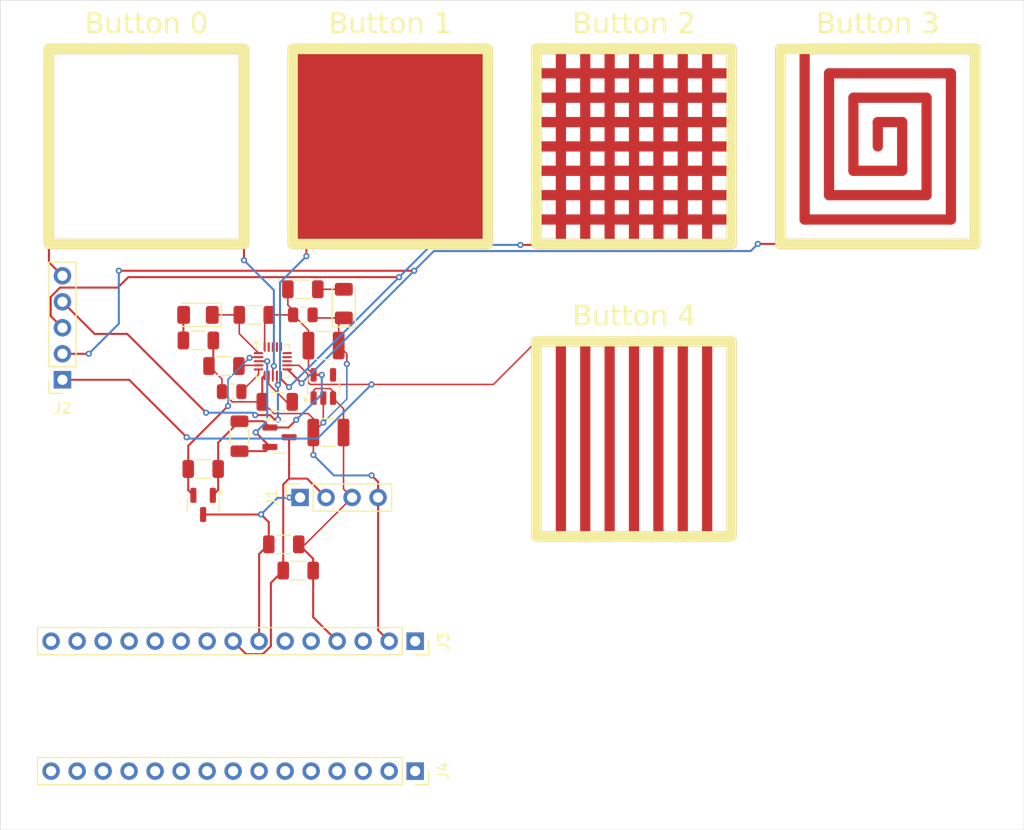
<source format=kicad_pcb>
(kicad_pcb (version 20240108) (generator "pcbnew") (generator_version "8.0")
  (layers (0 "F.Cu" signal) (31 "B.Cu" signal) (34 "B.Paste" user) (35 "F.Paste" user) (36 "B.SilkS" user "B.Silkscreen") (37 "F.SilkS" user "F.Silkscreen") (38 "B.Mask" user) (39 "F.Mask" user) (44 "Edge.Cuts" user))
  (net 0 "")
  (net 1 "Net-(U1-VREG)")
  (net 2 "GND")
  (net 3 "VCC")
  (net 4 "+3.3V")
  (net 5 "Net-(D1-A)")
  (net 6 "INT")
  (net 7 "Net-(D2-A)")
  (net 8 "ADDR")
  (net 9 "Net-(U1-REXT)")
  (net 12 "ELE2")
  (net 13 "ELE0")
  (net 15 "ELE4")
  (net 20 "SCL_3V")
  (net 21 "ELE1")
  (net 22 "SDA_3V")
  (net 23 "ELE3")
  (net 25 "SCL")
  (net 26 "SDA")
  (footprint "Package_TO_SOT_SMD:SOT-23-5" (layer "F.Cu") (at 45.85 52.0375 90)
    (property "Reference" "U2" (hide yes))
    (property "Value" "AP2112K-3.3" (hide yes))
    (fp_line (start 0 -1.56) (end 0.8 -1.56) (stroke (width 0.12)) (layer "F.SilkS"))
    (fp_line (start 0 -1.56) (end -0.8 -1.56) (stroke (width 0.12)) (layer "F.SilkS"))
    (fp_line (start 0 1.56) (end 0.8 1.56) (stroke (width 0.12)) (layer "F.SilkS"))
    (fp_line (start 0 1.56) (end -0.8 1.56) (stroke (width 0.12)) (layer "F.SilkS"))
    (fp_poly (pts (xy -1.3 -1.51) (xy -1.54 -1.84) (xy -1.06 -1.84) (xy -1.3 -1.51)) (stroke (width 0.12)) (fill solid) (layer "F.SilkS"))
    (pad "1" smd roundrect (at -1.1375 -0.95 90) (size 1.325 0.6) (layers "F.Cu" "F.Paste" "F.Mask") (net 3 "VCC"))
    (pad "2" smd roundrect (at -1.1375 0 90) (size 1.325 0.6) (layers "F.Cu" "F.Paste" "F.Mask") (net 2 "GND"))
    (pad "3" smd roundrect (at -1.1375 0.95 90) (size 1.325 0.6) (layers "F.Cu" "F.Paste" "F.Mask") (net 3 "VCC"))
    (pad "4" smd roundrect (at 1.1375 0.95 90) (size 1.325 0.6) (layers "F.Cu" "F.Paste" "F.Mask"))
    (pad "5" smd roundrect (at 1.1375 -0.95 90) (size 1.325 0.6) (layers "F.Cu" "F.Paste" "F.Mask") (net 4 "+3.3V"))
  )
  (footprint "Resistor_SMD:R_1206_3216Metric" (layer "F.Cu") (at 41.9875 67.4675 180)
    (property "Reference" "R9" (hide yes))
    (property "Value" "10k" (hide yes))
    (fp_line (start -0.727064 0.91) (end 0.727064 0.91) (stroke (width 0.12)) (layer "F.SilkS"))
    (fp_line (start -0.727064 -0.91) (end 0.727064 -0.91) (stroke (width 0.12)) (layer "F.SilkS"))
    (pad "1" smd roundrect (at -1.4625 0 180) (size 1.125 1.75) (layers "F.Cu" "F.Paste" "F.Mask") (roundrect_rratio 0.222222) (net 3 "VCC"))
    (pad "2" smd roundrect (at 1.4625 0 180) (size 1.125 1.75) (layers "F.Cu" "F.Paste" "F.Mask") (roundrect_rratio 0.222222) (net 25 "SCL"))
  )
  (footprint "Resistor_SMD:R_1206_3216Metric" (layer "F.Cu") (at 41.35 53.5375 180)
    (property "Reference" "R2" (hide yes))
    (property "Value" "75k" (hide yes))
    (fp_line (start -0.727064 0.91) (end 0.727064 0.91) (stroke (width 0.12)) (layer "F.SilkS"))
    (fp_line (start -0.727064 -0.91) (end 0.727064 -0.91) (stroke (width 0.12)) (layer "F.SilkS"))
    (pad "1" smd roundrect (at -1.4625 0 180) (size 1.125 1.75) (layers "F.Cu" "F.Paste" "F.Mask") (roundrect_rratio 0.222222) (net 9 "Net-(U1-REXT)"))
    (pad "2" smd roundrect (at 1.4625 0 180) (size 1.125 1.75) (layers "F.Cu" "F.Paste" "F.Mask") (roundrect_rratio 0.222222) (net 2 "GND"))
  )
  (footprint "Capacitor_SMD:C_1210_3225Metric" (layer "F.Cu") (at 46.35 56.5375)
    (property "Reference" "C2" (hide yes))
    (property "Value" "10uF" (hide yes))
    (fp_line (start -0.711252 -1.36) (end 0.711252 -1.36) (stroke (width 0.12)) (layer "F.SilkS"))
    (fp_line (start -0.711252 1.36) (end 0.711252 1.36) (stroke (width 0.12)) (layer "F.SilkS"))
    (pad "1" smd roundrect (at -1.475 0) (size 1.15 2.7) (layers "F.Cu" "F.Paste" "F.Mask") (roundrect_rratio 0.217391) (net 2 "GND"))
    (pad "2" smd roundrect (at 1.475 0) (size 1.15 2.7) (layers "F.Cu" "F.Paste" "F.Mask") (roundrect_rratio 0.217391) (net 3 "VCC"))
  )
  (footprint "Capacitor_SMD:C_0805_2012Metric" (layer "F.Cu") (at 43.85 45.0375 180)
    (property "Reference" "C4" (hide yes))
    (property "Value" "0.1uF" (hide yes))
    (fp_line (start -0.261252 0.735) (end 0.261252 0.735) (stroke (width 0.12)) (layer "F.SilkS"))
    (fp_line (start -0.261252 -0.735) (end 0.261252 -0.735) (stroke (width 0.12)) (layer "F.SilkS"))
    (pad "1" smd roundrect (at -0.95 0 180) (size 1 1.45) (layers "F.Cu" "F.Paste" "F.Mask") (net 2 "GND"))
    (pad "2" smd roundrect (at 0.95 0 180) (size 1 1.45) (layers "F.Cu" "F.Paste" "F.Mask") (net 4 "+3.3V"))
  )
  (footprint "Capacitor_SMD:C_0805_2012Metric" (layer "F.Cu") (at 36.9 52.5375 180)
    (property "Reference" "C1" (hide yes))
    (property "Value" "0.1uF" (hide yes))
    (fp_line (start -0.261252 0.735) (end 0.261252 0.735) (stroke (width 0.12)) (layer "F.SilkS"))
    (fp_line (start -0.261252 -0.735) (end 0.261252 -0.735) (stroke (width 0.12)) (layer "F.SilkS"))
    (pad "1" smd roundrect (at -0.95 0 180) (size 1 1.45) (layers "F.Cu" "F.Paste" "F.Mask") (net 1 "Net-(U1-VREG)"))
    (pad "2" smd roundrect (at 0.95 0 180) (size 1 1.45) (layers "F.Cu" "F.Paste" "F.Mask") (net 2 "GND"))
  )
  (footprint "Package_DFN_QFN:UQFN-20_3x3mm_P0.4mm" (layer "F.Cu") (at 40.916875 49.57125)
    (property "Reference" "U1" (hide yes))
    (property "Value" "MPR121QR2" (hide yes))
    (fp_line (start -1.61 -1.16) (end -1.61 -1.37) (stroke (width 0.12)) (layer "F.SilkS"))
    (fp_line (start -1.61 1.61) (end -1.61 1.16) (stroke (width 0.12)) (layer "F.SilkS"))
    (fp_line (start -1.16 -1.61) (end -1.31 -1.61) (stroke (width 0.12)) (layer "F.SilkS"))
    (fp_line (start -1.16 1.61) (end -1.61 1.61) (stroke (width 0.12)) (layer "F.SilkS"))
    (fp_line (start 1.16 -1.61) (end 1.61 -1.61) (stroke (width 0.12)) (layer "F.SilkS"))
    (fp_line (start 1.16 1.61) (end 1.61 1.61) (stroke (width 0.12)) (layer "F.SilkS"))
    (fp_line (start 1.61 -1.61) (end 1.61 -1.16) (stroke (width 0.12)) (layer "F.SilkS"))
    (fp_line (start 1.61 1.61) (end 1.61 1.16) (stroke (width 0.12)) (layer "F.SilkS"))
    (fp_poly (pts (xy -1.61 -1.61) (xy -1.85 -1.94) (xy -1.37 -1.94) (xy -1.61 -1.61)) (stroke (width 0.12)) (fill solid) (layer "F.SilkS"))
    (pad "1" smd custom (at -1.3875 -0.8) (size 0.115147 0.115147) (layers "F.Cu" "F.Paste" "F.Mask") (net 6 "INT") (options (clearance outline) (anchor circle)) (primitives (gr_poly (pts (xy 0.4225 0.036569) (xy 0.4225 0.06) (xy -0.4225 0.06) (xy -0.4225 -0.06) (xy 0.325931 -0.06)) (width 0.08) (fill yes))))
    (pad "2" smd roundrect (at -1.3875 -0.4) (size 0.925 0.2) (layers "F.Cu" "F.Paste" "F.Mask") (net 20 "SCL_3V"))
    (pad "3" smd roundrect (at -1.3875 0) (size 0.925 0.2) (layers "F.Cu" "F.Paste" "F.Mask") (net 22 "SDA_3V"))
    (pad "4" smd roundrect (at -1.3875 0.4) (size 0.925 0.2) (layers "F.Cu" "F.Paste" "F.Mask") (net 8 "ADDR"))
    (pad "5" smd custom (at -1.3875 0.8) (size 0.115147 0.115147) (layers "F.Cu" "F.Paste" "F.Mask") (net 1 "Net-(U1-VREG)") (options (clearance outline) (anchor circle)) (primitives (gr_poly (pts (xy 0.4225 -0.036569) (xy 0.325931 0.06) (xy -0.4225 0.06) (xy -0.4225 -0.06) (xy 0.4225 -0.06)) (width 0.08) (fill yes))))
    (pad "6" smd custom (at -0.8 1.3875) (size 0.115147 0.115147) (layers "F.Cu" "F.Paste" "F.Mask") (net 2 "GND") (options (clearance outline) (anchor circle)) (primitives (gr_poly (pts (xy 0.06 0.4225) (xy -0.06 0.4225) (xy -0.06 -0.325931) (xy 0.036569 -0.4225) (xy 0.06 -0.4225)) (width 0.08) (fill yes))))
    (pad "7" smd roundrect (at -0.4 1.3875) (size 0.2 0.925) (layers "F.Cu" "F.Paste" "F.Mask") (net 9 "Net-(U1-REXT)"))
    (pad "8" smd roundrect (at 0 1.3875) (size 0.2 0.925) (layers "F.Cu" "F.Paste" "F.Mask") (net 13 "ELE0"))
    (pad "9" smd roundrect (at 0.4 1.3875) (size 0.2 0.925) (layers "F.Cu" "F.Paste" "F.Mask") (net 21 "ELE1"))
    (pad "10" smd custom (at 0.8 1.3875) (size 0.115147 0.115147) (layers "F.Cu" "F.Paste" "F.Mask") (net 12 "ELE2") (options (clearance outline) (anchor circle)) (primitives (gr_poly (pts (xy 0.06 -0.325931) (xy 0.06 0.4225) (xy -0.06 0.4225) (xy -0.06 -0.4225) (xy -0.036569 -0.4225)) (width 0.08) (fill yes))))
    (pad "11" smd custom (at 1.3875 0.8) (size 0.115147 0.115147) (layers "F.Cu" "F.Paste" "F.Mask") (net 23 "ELE3") (options (clearance outline) (anchor circle)) (primitives (gr_poly (pts (xy 0.4225 0.06) (xy -0.325931 0.06) (xy -0.4225 -0.036569) (xy -0.4225 -0.06) (xy 0.4225 -0.06)) (width 0.08) (fill yes))))
    (pad "12" smd roundrect (at 1.3875 0.4) (size 0.925 0.2) (layers "F.Cu" "F.Paste" "F.Mask") (net 15 "ELE4"))
    (pad "13" smd roundrect (at 1.3875 0) (size 0.925 0.2) (layers "F.Cu" "F.Paste" "F.Mask"))
    (pad "14" smd roundrect (at 1.3875 -0.4) (size 0.925 0.2) (layers "F.Cu" "F.Paste" "F.Mask"))
    (pad "15" smd custom (at 1.3875 -0.8) (size 0.115147 0.115147) (layers "F.Cu" "F.Paste" "F.Mask") (options (clearance outline) (anchor circle)) (primitives (gr_poly (pts (xy 0.4225 0.06) (xy -0.4225 0.06) (xy -0.4225 0.036569) (xy -0.325931 -0.06) (xy 0.4225 -0.06)) (width 0.08) (fill yes))))
    (pad "16" smd custom (at 0.8 -1.3875) (size 0.115147 0.115147) (layers "F.Cu" "F.Paste" "F.Mask") (options (clearance outline) (anchor circle)) (primitives (gr_poly (pts (xy 0.06 0.325931) (xy -0.036569 0.4225) (xy -0.06 0.4225) (xy -0.06 -0.4225) (xy 0.06 -0.4225)) (width 0.08) (fill yes))))
    (pad "17" smd roundrect (at 0.4 -1.3875) (size 0.2 0.925) (layers "F.Cu" "F.Paste" "F.Mask"))
    (pad "18" smd roundrect (at 0 -1.3875) (size 0.2 0.925) (layers "F.Cu" "F.Paste" "F.Mask"))
    (pad "19" smd roundrect (at -0.4 -1.3875) (size 0.2 0.925) (layers "F.Cu" "F.Paste" "F.Mask"))
    (pad "20" smd custom (at -0.8 -1.3875) (size 0.115147 0.115147) (layers "F.Cu" "F.Paste" "F.Mask") (net 4 "+3.3V") (options (clearance outline) (anchor circle)) (primitives (gr_poly (pts (xy 0.06 0.4225) (xy 0.036569 0.4225) (xy -0.06 0.325931) (xy -0.06 -0.4225) (xy 0.06 -0.4225)) (width 0.08) (fill yes))))
  )
  (footprint "LED_SMD:LED_1206_3216Metric" (layer "F.Cu") (at 47.85 43.9375 90)
    (property "Reference" "D2" (hide yes))
    (property "Value" "LED" (hide yes))
    (fp_line (start 1.6 -1.135) (end -2.285 -1.135) (stroke (width 0.12)) (layer "F.SilkS"))
    (fp_line (start -2.285 -1.135) (end -2.285 1.135) (stroke (width 0.12)) (layer "F.SilkS"))
    (fp_line (start -2.285 1.135) (end 1.6 1.135) (stroke (width 0.12)) (layer "F.SilkS"))
    (pad "1" smd roundrect (at -1.4 0 90) (size 1.25 1.75) (layers "F.Cu" "F.Paste" "F.Mask") (roundrect_rratio 0.2) (net 2 "GND"))
    (pad "2" smd roundrect (at 1.4 0 90) (size 1.25 1.75) (layers "F.Cu" "F.Paste" "F.Mask") (roundrect_rratio 0.2) (net 7 "Net-(D2-A)"))
  )
  (footprint "Resistor_SMD:R_1206_3216Metric" (layer "F.Cu") (at 34.1175 60.10125 180)
    (property "Reference" "R7" (hide yes))
    (property "Value" "10k" (hide yes))
    (fp_line (start -0.727064 0.91) (end 0.727064 0.91) (stroke (width 0.12)) (layer "F.SilkS"))
    (fp_line (start -0.727064 -0.91) (end 0.727064 -0.91) (stroke (width 0.12)) (layer "F.SilkS"))
    (pad "1" smd roundrect (at -1.4625 0 180) (size 1.125 1.75) (layers "F.Cu" "F.Paste" "F.Mask") (roundrect_rratio 0.222222) (net 4 "+3.3V"))
    (pad "2" smd roundrect (at 1.4625 0 180) (size 1.125 1.75) (layers "F.Cu" "F.Paste" "F.Mask") (roundrect_rratio 0.222222) (net 20 "SCL_3V"))
  )
  (footprint "Connector_PinSocket_2.54mm:PinSocket_1x04_P2.54mm_Vertical" (layer "F.Cu") (at 43.58 62.8875 90)
    (property "Reference" "J1" (at 0 -2.77 90) (layer "F.SilkS"))
    (property "Value" "Conn_01x04")
    (fp_line (start 1.33 -1.33) (end 1.33 0) (stroke (width 0.12)) (layer "F.SilkS"))
    (fp_line (start 0 -1.33) (end 1.33 -1.33) (stroke (width 0.12)) (layer "F.SilkS"))
    (fp_line (start 1.33 1.27) (end 1.33 8.95) (stroke (width 0.12)) (layer "F.SilkS"))
    (fp_line (start -1.33 1.27) (end 1.33 1.27) (stroke (width 0.12)) (layer "F.SilkS"))
    (fp_line (start -1.33 1.27) (end -1.33 8.95) (stroke (width 0.12)) (layer "F.SilkS"))
    (fp_line (start -1.33 8.95) (end 1.33 8.95) (stroke (width 0.12)) (layer "F.SilkS"))
    (pad "1" thru_hole rect (at 0 0 90) (size 1.7 1.7) (drill 1) (layers "*.Cu" "*.Mask") (net 25 "SCL"))
    (pad "2" thru_hole oval (at 0 2.54 90) (size 1.7 1.7) (drill 1) (layers "*.Cu" "*.Mask") (net 26 "SDA"))
    (pad "3" thru_hole oval (at 0 5.08 90) (size 1.7 1.7) (drill 1) (layers "*.Cu" "*.Mask") (net 3 "VCC"))
    (pad "4" thru_hole oval (at 0 7.62 90) (size 1.7 1.7) (drill 1) (layers "*.Cu" "*.Mask") (net 2 "GND"))
  )
  (footprint "Resistor_SMD:R_1206_3216Metric" (layer "F.Cu") (at 37.66 56.8975 -90)
    (property "Reference" "R6" (hide yes))
    (property "Value" "10k" (hide yes))
    (fp_line (start -0.727064 0.91) (end 0.727064 0.91) (stroke (width 0.12)) (layer "F.SilkS"))
    (fp_line (start -0.727064 -0.91) (end 0.727064 -0.91) (stroke (width 0.12)) (layer "F.SilkS"))
    (pad "1" smd roundrect (at -1.4625 0 270) (size 1.125 1.75) (layers "F.Cu" "F.Paste" "F.Mask") (roundrect_rratio 0.222222) (net 4 "+3.3V"))
    (pad "2" smd roundrect (at 1.4625 0 270) (size 1.125 1.75) (layers "F.Cu" "F.Paste" "F.Mask") (roundrect_rratio 0.222222) (net 22 "SDA_3V"))
  )
  (footprint "Connector_PinSocket_2.54mm:PinSocket_1x15_P2.54mm_Vertical" (layer "F.Cu") (at 54.82 89.63 -90)
    (property "Reference" "J4" (at 0 -2.77 -90) (layer "F.SilkS"))
    (property "Value" "Conn_01x15")
    (fp_line (start -1.33 36.89) (end 1.33 36.89) (stroke (width 0.12)) (layer "F.SilkS"))
    (fp_line (start -1.33 1.27) (end -1.33 36.89) (stroke (width 0.12)) (layer "F.SilkS"))
    (fp_line (start -1.33 1.27) (end 1.33 1.27) (stroke (width 0.12)) (layer "F.SilkS"))
    (fp_line (start 1.33 1.27) (end 1.33 36.89) (stroke (width 0.12)) (layer "F.SilkS"))
    (fp_line (start 0 -1.33) (end 1.33 -1.33) (stroke (width 0.12)) (layer "F.SilkS"))
    (fp_line (start 1.33 -1.33) (end 1.33 0) (stroke (width 0.12)) (layer "F.SilkS"))
    (pad "1" thru_hole rect (at 0 0 270) (size 1.7 1.7) (drill 1) (layers "*.Cu" "*.Mask"))
    (pad "2" thru_hole oval (at 0 2.54 270) (size 1.7 1.7) (drill 1) (layers "*.Cu" "*.Mask"))
    (pad "3" thru_hole oval (at 0 5.08 270) (size 1.7 1.7) (drill 1) (layers "*.Cu" "*.Mask"))
    (pad "4" thru_hole oval (at 0 7.62 270) (size 1.7 1.7) (drill 1) (layers "*.Cu" "*.Mask"))
    (pad "5" thru_hole oval (at 0 10.16 270) (size 1.7 1.7) (drill 1) (layers "*.Cu" "*.Mask"))
    (pad "6" thru_hole oval (at 0 12.7 270) (size 1.7 1.7) (drill 1) (layers "*.Cu" "*.Mask"))
    (pad "7" thru_hole oval (at 0 15.24 270) (size 1.7 1.7) (drill 1) (layers "*.Cu" "*.Mask"))
    (pad "8" thru_hole oval (at 0 17.78 270) (size 1.7 1.7) (drill 1) (layers "*.Cu" "*.Mask"))
    (pad "9" thru_hole oval (at 0 20.32 270) (size 1.7 1.7) (drill 1) (layers "*.Cu" "*.Mask"))
    (pad "10" thru_hole oval (at 0 22.86 270) (size 1.7 1.7) (drill 1) (layers "*.Cu" "*.Mask"))
    (pad "11" thru_hole oval (at 0 25.4 270) (size 1.7 1.7) (drill 1) (layers "*.Cu" "*.Mask"))
    (pad "12" thru_hole oval (at 0 27.94 270) (size 1.7 1.7) (drill 1) (layers "*.Cu" "*.Mask"))
    (pad "13" thru_hole oval (at 0 30.48 270) (size 1.7 1.7) (drill 1) (layers "*.Cu" "*.Mask"))
    (pad "14" thru_hole oval (at 0 33.02 270) (size 1.7 1.7) (drill 1) (layers "*.Cu" "*.Mask"))
    (pad "15" thru_hole oval (at 0 35.56 270) (size 1.7 1.7) (drill 1) (layers "*.Cu" "*.Mask"))
  )
  (footprint "Resistor_SMD:R_1206_3216Metric" (layer "F.Cu") (at 33.641875 47.5375 180)
    (property "Reference" "R4" (hide yes))
    (property "Value" "1k" (hide yes))
    (fp_line (start -0.727064 0.91) (end 0.727064 0.91) (stroke (width 0.12)) (layer "F.SilkS"))
    (fp_line (start -0.727064 -0.91) (end 0.727064 -0.91) (stroke (width 0.12)) (layer "F.SilkS"))
    (pad "1" smd roundrect (at -1.4625 0 180) (size 1.125 1.75) (layers "F.Cu" "F.Paste" "F.Mask") (roundrect_rratio 0.222222) (net 2 "GND"))
    (pad "2" smd roundrect (at 1.4625 0 180) (size 1.125 1.75) (layers "F.Cu" "F.Paste" "F.Mask") (roundrect_rratio 0.222222) (net 5 "Net-(D1-A)"))
  )
  (footprint "Resistor_SMD:R_1206_3216Metric" (layer "F.Cu") (at 43.85 42.5375)
    (property "Reference" "R5" (hide yes))
    (property "Value" "10k" (hide yes))
    (fp_line (start -0.727064 -0.91) (end 0.727064 -0.91) (stroke (width 0.12)) (layer "F.SilkS"))
    (fp_line (start -0.727064 0.91) (end 0.727064 0.91) (stroke (width 0.12)) (layer "F.SilkS"))
    (pad "1" smd roundrect (at -1.4625 0) (size 1.125 1.75) (layers "F.Cu" "F.Paste" "F.Mask") (roundrect_rratio 0.222222) (net 4 "+3.3V"))
    (pad "2" smd roundrect (at 1.4625 0) (size 1.125 1.75) (layers "F.Cu" "F.Paste" "F.Mask") (roundrect_rratio 0.222222) (net 7 "Net-(D2-A)"))
  )
  (footprint "Package_TO_SOT_SMD:SOT-23" (layer "F.Cu") (at 34.1075 63.61375 -90)
    (property "Reference" "Q1" (hide yes))
    (property "Value" "BSS138" (hide yes))
    (fp_line (start 0 1.56) (end -0.65 1.56) (stroke (width 0.12)) (layer "F.SilkS"))
    (fp_line (start 0 1.56) (end 0.65 1.56) (stroke (width 0.12)) (layer "F.SilkS"))
    (fp_line (start 0 -1.56) (end -0.65 -1.56) (stroke (width 0.12)) (layer "F.SilkS"))
    (fp_line (start 0 -1.56) (end 0.65 -1.56) (stroke (width 0.12)) (layer "F.SilkS"))
    (fp_poly (pts (xy -1.1625 -1.51) (xy -1.4025 -1.84) (xy -0.9225 -1.84) (xy -1.1625 -1.51)) (stroke (width 0.12)) (fill solid) (layer "F.SilkS"))
    (pad "1" smd roundrect (at -0.9375 -0.95 270) (size 1.475 0.6) (layers "F.Cu" "F.Paste" "F.Mask") (net 4 "+3.3V"))
    (pad "2" smd roundrect (at -0.9375 0.95 270) (size 1.475 0.6) (layers "F.Cu" "F.Paste" "F.Mask") (net 20 "SCL_3V"))
    (pad "3" smd roundrect (at 0.9375 0 270) (size 1.475 0.6) (layers "F.Cu" "F.Paste" "F.Mask") (net 25 "SCL"))
  )
  (footprint "Package_TO_SOT_SMD:SOT-23" (layer "F.Cu") (at 41.57 56.9975)
    (property "Reference" "Q2" (hide yes))
    (property "Value" "BSS138" (hide yes))
    (fp_line (start 0 -1.56) (end -0.65 -1.56) (stroke (width 0.12)) (layer "F.SilkS"))
    (fp_line (start 0 -1.56) (end 0.65 -1.56) (stroke (width 0.12)) (layer "F.SilkS"))
    (fp_line (start 0 1.56) (end -0.65 1.56) (stroke (width 0.12)) (layer "F.SilkS"))
    (fp_line (start 0 1.56) (end 0.65 1.56) (stroke (width 0.12)) (layer "F.SilkS"))
    (fp_poly (pts (xy -1.1625 -1.51) (xy -1.4025 -1.84) (xy -0.9225 -1.84) (xy -1.1625 -1.51)) (stroke (width 0.12)) (fill solid) (layer "F.SilkS"))
    (pad "1" smd roundrect (at -0.9375 -0.95) (size 1.475 0.6) (layers "F.Cu" "F.Paste" "F.Mask") (net 4 "+3.3V"))
    (pad "2" smd roundrect (at -0.9375 0.95) (size 1.475 0.6) (layers "F.Cu" "F.Paste" "F.Mask") (net 22 "SDA_3V"))
    (pad "3" smd roundrect (at 0.9375 0) (size 1.475 0.6) (layers "F.Cu" "F.Paste" "F.Mask") (net 26 "SDA"))
  )
  (footprint "Connector_PinSocket_2.54mm:PinSocket_1x15_P2.54mm_Vertical" (layer "F.Cu") (at 54.82 76.93 -90)
    (property "Reference" "J3" (at 0 -2.77 -90) (layer "F.SilkS"))
    (property "Value" "Conn_01x15")
    (fp_line (start -1.33 36.89) (end 1.33 36.89) (stroke (width 0.12)) (layer "F.SilkS"))
    (fp_line (start -1.33 1.27) (end -1.33 36.89) (stroke (width 0.12)) (layer "F.SilkS"))
    (fp_line (start -1.33 1.27) (end 1.33 1.27) (stroke (width 0.12)) (layer "F.SilkS"))
    (fp_line (start 1.33 1.27) (end 1.33 36.89) (stroke (width 0.12)) (layer "F.SilkS"))
    (fp_line (start 0 -1.33) (end 1.33 -1.33) (stroke (width 0.12)) (layer "F.SilkS"))
    (fp_line (start 1.33 -1.33) (end 1.33 0) (stroke (width 0.12)) (layer "F.SilkS"))
    (pad "1" thru_hole rect (at 0 0 270) (size 1.7 1.7) (drill 1) (layers "*.Cu" "*.Mask"))
    (pad "2" thru_hole oval (at 0 2.54 270) (size 1.7 1.7) (drill 1) (layers "*.Cu" "*.Mask") (net 2 "GND"))
    (pad "3" thru_hole oval (at 0 5.08 270) (size 1.7 1.7) (drill 1) (layers "*.Cu" "*.Mask"))
    (pad "4" thru_hole oval (at 0 7.62 270) (size 1.7 1.7) (drill 1) (layers "*.Cu" "*.Mask") (net 3 "VCC"))
    (pad "5" thru_hole oval (at 0 10.16 270) (size 1.7 1.7) (drill 1) (layers "*.Cu" "*.Mask"))
    (pad "6" thru_hole oval (at 0 12.7 270) (size 1.7 1.7) (drill 1) (layers "*.Cu" "*.Mask"))
    (pad "7" thru_hole oval (at 0 15.24 270) (size 1.7 1.7) (drill 1) (layers "*.Cu" "*.Mask") (net 25 "SCL"))
    (pad "8" thru_hole oval (at 0 17.78 270) (size 1.7 1.7) (drill 1) (layers "*.Cu" "*.Mask") (net 26 "SDA"))
    (pad "9" thru_hole oval (at 0 20.32 270) (size 1.7 1.7) (drill 1) (layers "*.Cu" "*.Mask"))
    (pad "10" thru_hole oval (at 0 22.86 270) (size 1.7 1.7) (drill 1) (layers "*.Cu" "*.Mask"))
    (pad "11" thru_hole oval (at 0 25.4 270) (size 1.7 1.7) (drill 1) (layers "*.Cu" "*.Mask"))
    (pad "12" thru_hole oval (at 0 27.94 270) (size 1.7 1.7) (drill 1) (layers "*.Cu" "*.Mask"))
    (pad "13" thru_hole oval (at 0 30.48 270) (size 1.7 1.7) (drill 1) (layers "*.Cu" "*.Mask"))
    (pad "14" thru_hole oval (at 0 33.02 270) (size 1.7 1.7) (drill 1) (layers "*.Cu" "*.Mask"))
    (pad "15" thru_hole oval (at 0 35.56 270) (size 1.7 1.7) (drill 1) (layers "*.Cu" "*.Mask"))
  )
  (footprint "Resistor_SMD:R_1206_3216Metric" (layer "F.Cu") (at 43.3975 70.0275 180)
    (property "Reference" "R8" (hide yes))
    (property "Value" "10k" (hide yes))
    (fp_line (start -0.727064 0.91) (end 0.727064 0.91) (stroke (width 0.12)) (layer "F.SilkS"))
    (fp_line (start -0.727064 -0.91) (end 0.727064 -0.91) (stroke (width 0.12)) (layer "F.SilkS"))
    (pad "1" smd roundrect (at -1.4625 0 180) (size 1.125 1.75) (layers "F.Cu" "F.Paste" "F.Mask") (roundrect_rratio 0.222222) (net 3 "VCC"))
    (pad "2" smd roundrect (at 1.4625 0 180) (size 1.125 1.75) (layers "F.Cu" "F.Paste" "F.Mask") (roundrect_rratio 0.222222) (net 26 "SDA"))
  )
  (footprint "Resistor_SMD:R_1206_3216Metric" (layer "F.Cu") (at 39.104375 45.0375 180)
    (property "Reference" "R3" (hide yes))
    (property "Value" "10k" (hide yes))
    (fp_line (start -0.727064 0.91) (end 0.727064 0.91) (stroke (width 0.12)) (layer "F.SilkS"))
    (fp_line (start -0.727064 -0.91) (end 0.727064 -0.91) (stroke (width 0.12)) (layer "F.SilkS"))
    (pad "1" smd roundrect (at -1.4625 0 180) (size 1.125 1.75) (layers "F.Cu" "F.Paste" "F.Mask") (roundrect_rratio 0.222222) (net 4 "+3.3V"))
    (pad "2" smd roundrect (at 1.4625 0 180) (size 1.125 1.75) (layers "F.Cu" "F.Paste" "F.Mask") (roundrect_rratio 0.222222) (net 6 "INT"))
  )
  (footprint "LED_SMD:LED_1206_3216Metric" (layer "F.Cu") (at 33.604375 45.0375 180)
    (property "Reference" "D1" (hide yes))
    (property "Value" "LED" (hide yes))
    (fp_line (start 1.6 -1.135) (end -2.285 -1.135) (stroke (width 0.12)) (layer "F.SilkS"))
    (fp_line (start -2.285 1.135) (end 1.6 1.135) (stroke (width 0.12)) (layer "F.SilkS"))
    (fp_line (start -2.285 -1.135) (end -2.285 1.135) (stroke (width 0.12)) (layer "F.SilkS"))
    (pad "1" smd roundrect (at -1.4 0 180) (size 1.25 1.75) (layers "F.Cu" "F.Paste" "F.Mask") (roundrect_rratio 0.2) (net 6 "INT"))
    (pad "2" smd roundrect (at 1.4 0 180) (size 1.25 1.75) (layers "F.Cu" "F.Paste" "F.Mask") (roundrect_rratio 0.2) (net 5 "Net-(D1-A)"))
  )
  (footprint "Resistor_SMD:R_1206_3216Metric" (layer "F.Cu") (at 36.141875 50.0375 180)
    (property "Reference" "R1" (hide yes))
    (property "Value" "100k" (hide yes))
    (fp_line (start -0.727064 0.91) (end 0.727064 0.91) (stroke (width 0.12)) (layer "F.SilkS"))
    (fp_line (start -0.727064 -0.91) (end 0.727064 -0.91) (stroke (width 0.12)) (layer "F.SilkS"))
    (pad "1" smd roundrect (at -1.4625 0 180) (size 1.125 1.75) (layers "F.Cu" "F.Paste" "F.Mask") (roundrect_rratio 0.222222) (net 8 "ADDR"))
    (pad "2" smd roundrect (at 1.4625 0 180) (size 1.125 1.75) (layers "F.Cu" "F.Paste" "F.Mask") (roundrect_rratio 0.222222) (net 2 "GND"))
  )
  (footprint "Connector_PinSocket_2.54mm:PinSocket_1x05_P2.54mm_Vertical" (layer "F.Cu") (at 20.37 51.38 180)
    (property "Reference" "J2" (at 0 -2.77 180) (layer "F.SilkS"))
    (property "Value" "Conn_01x05")
    (fp_line (start 1.33 1.27) (end 1.33 11.49) (stroke (width 0.12)) (layer "F.SilkS"))
    (fp_line (start 1.33 -1.33) (end 1.33 0) (stroke (width 0.12)) (layer "F.SilkS"))
    (fp_line (start 0 -1.33) (end 1.33 -1.33) (stroke (width 0.12)) (layer "F.SilkS"))
    (fp_line (start -1.33 11.49) (end 1.33 11.49) (stroke (width 0.12)) (layer "F.SilkS"))
    (fp_line (start -1.33 1.27) (end 1.33 1.27) (stroke (width 0.12)) (layer "F.SilkS"))
    (fp_line (start -1.33 1.27) (end -1.33 11.49) (stroke (width 0.12)) (layer "F.SilkS"))
    (pad "1" thru_hole rect (at 0 0 180) (size 1.7 1.7) (drill 1) (layers "*.Cu" "*.Mask") (net 15 "ELE4"))
    (pad "2" thru_hole oval (at 0 2.54 180) (size 1.7 1.7) (drill 1) (layers "*.Cu" "*.Mask") (net 23 "ELE3"))
    (pad "3" thru_hole oval (at 0 5.08 180) (size 1.7 1.7) (drill 1) (layers "*.Cu" "*.Mask") (net 12 "ELE2"))
    (pad "4" thru_hole oval (at 0 7.62 180) (size 1.7 1.7) (drill 1) (layers "*.Cu" "*.Mask") (net 21 "ELE1"))
    (pad "5" thru_hole oval (at 0 10.16 180) (size 1.7 1.7) (drill 1) (layers "*.Cu" "*.Mask") (net 13 "ELE0"))
  )
  (footprint "Capacitor_SMD:C_1210_3225Metric" (layer "F.Cu") (at 45.875 48.0375 180)
    (property "Reference" "C3" (hide yes))
    (property "Value" "10uF" (hide yes))
    (fp_line (start -0.711252 1.36) (end 0.711252 1.36) (stroke (width 0.12)) (layer "F.SilkS"))
    (fp_line (start -0.711252 -1.36) (end 0.711252 -1.36) (stroke (width 0.12)) (layer "F.SilkS"))
    (pad "1" smd roundrect (at -1.475 0 180) (size 1.15 2.7) (layers "F.Cu" "F.Paste" "F.Mask") (roundrect_rratio 0.217391) (net 2 "GND"))
    (pad "2" smd roundrect (at 1.475 0 180) (size 1.15 2.7) (layers "F.Cu" "F.Paste" "F.Mask") (roundrect_rratio 0.217391) (net 4 "+3.3V"))
  )
  (gr_rect (start 66.675 47.625) (end 85.725 66.675) (stroke (width 1)) (fill none) (layer "F.Cu") (net 15))
  (gr_rect (start 42.8625 19.05) (end 61.9125 38.1) (stroke (width 1)) (fill solid) (layer "F.Cu") (net 21))
  (gr_rect (start 19.05 19.05) (end 38.1 38.1) (stroke (width 1)) (fill none) (layer "F.Cu") (net 13))
  (gr_rect (start 42.8625 19.05) (end 61.9125 38.1) (stroke (width 1)) (fill none) (layer "F.SilkS"))
  (gr_rect (start 66.675 19.05) (end 85.725 38.1) (stroke (width 1)) (fill none) (layer "F.SilkS"))
  (gr_rect (start 90.4875 19.05) (end 109.5375 38.1) (stroke (width 1)) (fill none) (layer "F.SilkS"))
  (gr_rect (start 19.05 19.05) (end 38.1 38.1) (stroke (width 1)) (fill none) (layer "F.SilkS"))
  (gr_rect (start 66.675 47.625) (end 85.725 66.675) (stroke (width 1)) (fill none) (layer "F.SilkS"))
  (gr_rect (start 14.29375 14.2875) (end 114.29375 95.3875) (stroke (width 0.05)) (fill none) (layer "Edge.Cuts"))
  (gr_text "Button 4" (at 76.2 45.24375 0) (layer "F.SilkS") (effects (font (size 2 2) (thickness 1))))
  (gr_text "Button 1\n" (at 52.3875 16.66875 0) (layer "F.SilkS") (effects (font (size 2 2) (thickness 1))))
  (gr_text "Button 0" (at 28.575 16.66875 0) (layer "F.SilkS") (effects (font (size 2 2) (thickness 0.1))))
  (gr_text "Button 2" (at 76.2 16.66875 0) (layer "F.SilkS") (effects (font (size 2 2) (thickness 1))))
  (gr_text "Button 3" (at 100.0125 16.66875 0) (layer "F.SilkS") (effects (font (size 2 2) (thickness 1))))
  (segment (start 39.529375 50.858125) (end 39.529375 50.37125) (width 0.15) (layer "F.Cu") (net 1))
  (segment (start 37.85 52.5375) (end 39.529375 50.858125) (width 0.15) (layer "F.Cu") (net 1))
  (segment (start 51.2 61.36) (end 50.57 60.73) (width 0.2) (layer "F.Cu") (net 2))
  (segment (start 48.15 48.8375) (end 48.15 49.8275) (width 0.15) (layer "F.Cu") (net 2))
  (segment (start 35.95 52.5375) (end 35.95 51.308125) (width 0.15) (layer "F.Cu") (net 2))
  (segment (start 39.8875 53.5375) (end 39.8875 51.188125) (width 0.2) (layer "F.Cu") (net 2))
  (segment (start 47.35 48.0375) (end 47.35 45.8375) (width 0.15) (layer "F.Cu") (net 2))
  (segment (start 39.8875 51.188125) (end 40.116875 50.95875) (width 0.2) (layer "F.Cu") (net 2))
  (segment (start 51.2 75.85) (end 51.2 62.8875) (width 0.2) (layer "F.Cu") (net 2))
  (segment (start 44.875 56.5375) (end 44.875 58.7225) (width 0.15) (layer "F.Cu") (net 2))
  (segment (start 47.35 48.0375) (end 48.15 48.8375) (width 0.15) (layer "F.Cu") (net 2))
  (segment (start 44.875 55.1875) (end 44.375 54.6875) (width 0.15) (layer "F.Cu") (net 2))
  (segment (start 47.85 45.3375) (end 45.1 45.3375) (width 0.15) (layer "F.Cu") (net 2))
  (segment (start 35.95 52.5375) (end 36.95 53.5375) (width 0.15) (layer "F.Cu") (net 2))
  (segment (start 44.875 56.5375) (end 44.875 55.1875) (width 0.15) (layer "F.Cu") (net 2))
  (segment (start 40.104375 53.5375) (end 40.104375 53.0375) (width 0.15) (layer "F.Cu") (net 2))
  (segment (start 35.104375 47.5375) (end 35.104375 49.6125) (width 0.2) (layer "F.Cu") (net 2))
  (segment (start 52.28 76.93) (end 51.2 75.85) (width 0.2) (layer "F.Cu") (net 2))
  (segment (start 35.104375 49.6125) (end 34.679375 50.0375) (width 0.2) (layer "F.Cu") (net 2))
  (segment (start 44.875 56.5375) (end 45.85 55.5625) (width 0.15) (layer "F.Cu") (net 2))
  (segment (start 44.375 54.6875) (end 41.0375 54.6875) (width 0.15) (layer "F.Cu") (net 2))
  (segment (start 44.85 56.5625) (end 44.875 56.5375) (width 0.2) (layer "F.Cu") (net 2))
  (segment (start 45.85 55.5625) (end 45.85 53.175) (width 0.15) (layer "F.Cu") (net 2))
  (segment (start 36.95 53.5375) (end 39.8875 53.5375) (width 0.15) (layer "F.Cu") (net 2))
  (segment (start 47.35 45.8375) (end 47.85 45.3375) (width 0.15) (layer "F.Cu") (net 2))
  (segment (start 35.95 51.308125) (end 34.679375 50.0375) (width 0.15) (layer "F.Cu") (net 2))
  (segment (start 45.1 45.3375) (end 44.8 45.0375) (width 0.15) (layer "F.Cu") (net 2))
  (segment (start 51.2 62.8875) (end 51.2 61.36) (width 0.2) (layer "F.Cu") (net 2))
  (segment (start 41.0375 54.6875) (end 39.8875 53.5375) (width 0.15) (layer "F.Cu") (net 2))
  (via (at 48.15 49.8275) (size 0.6) (drill 0.3) (layers "F.Cu" "B.Cu") (net 2))
  (via (at 45.85 55.5625) (size 0.6) (drill 0.3) (layers "F.Cu" "B.Cu") (net 2))
  (via (at 50.57 60.73) (size 0.6) (drill 0.3) (layers "F.Cu" "B.Cu") (net 2))
  (via (at 44.875 58.7225) (size 0.6) (drill 0.3) (layers "F.Cu" "B.Cu") (net 2))
  (segment (start 46.8825 60.73) (end 44.875 58.7225) (width 0.2) (layer "B.Cu") (net 2))
  (segment (start 48.15 53.2625) (end 45.85 55.5625) (width 0.15) (layer "B.Cu") (net 2))
  (segment (start 48.15 49.8275) (end 48.15 53.2625) (width 0.15) (layer "B.Cu") (net 2))
  (segment (start 50.57 60.73) (end 46.8825 60.73) (width 0.2) (layer "B.Cu") (net 2))
  (segment (start 47.825 54.2) (end 46.8 53.175) (width 0.15) (layer "F.Cu") (net 3))
  (segment (start 46.8 53.175) (end 46.8 52.512501) (width 0.15) (layer "F.Cu") (net 3))
  (segment (start 46.524999 52.2375) (end 45.09 52.2375) (width 0.15) (layer "F.Cu") (net 3))
  (segment (start 46.8 52.512501) (end 46.524999 52.2375) (width 0.15) (layer "F.Cu") (net 3))
  (segment (start 44.86 70.0275) (end 44.86 68.8775) (width 0.2) (layer "F.Cu") (net 3))
  (segment (start 48.66 62.8875) (end 44.08 67.4675) (width 0.15) (layer "F.Cu") (net 3))
  (segment (start 44.86 74.59) (end 47.2 76.93) (width 0.2) (layer "F.Cu") (net 3))
  (segment (start 44.86 70.0275) (end 44.86 74.59) (width 0.2) (layer "F.Cu") (net 3))
  (segment (start 47.39 56.9725) (end 47.825 56.5375) (width 0.2) (layer "F.Cu") (net 3))
  (segment (start 45.09 52.2375) (end 44.9 52.4275) (width 0.15) (layer "F.Cu") (net 3))
  (segment (start 47.825 62.0525) (end 48.66 62.8875) (width 0.15) (layer "F.Cu") (net 3))
  (segment (start 47.825 56.5375) (end 47.825 54.2) (width 0.15) (layer "F.Cu") (net 3))
  (segment (start 44.08 67.4675) (end 43.45 67.4675) (width 0.15) (layer "F.Cu") (net 3))
  (segment (start 47.825 56.5375) (end 47.825 62.0525) (width 0.15) (layer "F.Cu") (net 3))
  (segment (start 44.9 52.4275) (end 44.9 53.175) (width 0.15) (layer "F.Cu") (net 3))
  (segment (start 44.86 68.8775) (end 43.45 67.4675) (width 0.2) (layer "F.Cu") (net 3))
  (segment (start 49.3 62.6) (end 48.7525 62.6) (width 0.2) (layer "B.Cu") (net 3))
  (segment (start 44.4 48.0375) (end 44.4 50.4) (width 0.15) (layer "F.Cu") (net 4))
  (segment (start 44.4 48.0375) (end 44.4 46.5375) (width 0.15) (layer "F.Cu") (net 4))
  (segment (start 45.7 50.9) (end 44.9 50.9) (width 0.2) (layer "F.Cu") (net 4))
  (segment (start 35.58 62.15375) (end 35.0575 62.67625) (width 0.2) (layer "F.Cu") (net 4))
  (segment (start 40.116875 45.4875) (end 40.116875 48.18375) (width 0.15) (layer "F.Cu") (net 4))
  (segment (start 40.02 55.435) (end 37.66 55.435) (width 0.2) (layer "F.Cu") (net 4))
  (segment (start 40.6325 56.0475) (end 40.02 55.435) (width 0.2) (layer "F.Cu") (net 4))
  (segment (start 35.58 60.10125) (end 35.58 57.515) (width 0.2) (layer "F.Cu") (net 4))
  (segment (start 44.4 50.4) (end 44.9 50.9) (width 0.15) (layer "F.Cu") (net 4))
  (segment (start 35.58 60.10125) (end 35.58 62.15375) (width 0.2) (layer "F.Cu") (net 4))
  (segment (start 42.9 44.5875) (end 42.3875 44.075) (width 0.15) (layer "F.Cu") (net 4))
  (segment (start 42.4525 56.0475) (end 43.2 55.3) (width 0.2) (layer "F.Cu") (net 4))
  (segment (start 42.9 45.0375) (end 40.566875 45.0375) (width 0.15) (layer "F.Cu") (net 4))
  (segment (start 42.9 45.0375) (end 42.9 44.5875) (width 0.15) (layer "F.Cu") (net 4))
  (segment (start 44.4 46.5375) (end 42.9 45.0375) (width 0.15) (layer "F.Cu") (net 4))
  (segment (start 40.6325 56.0475) (end 42.4525 56.0475) (width 0.2) (layer "F.Cu") (net 4))
  (segment (start 42.3875 44.075) (end 42.3875 42.5375) (width 0.15) (layer "F.Cu") (net 4))
  (segment (start 35.58 57.515) (end 37.66 55.435) (width 0.2) (layer "F.Cu") (net 4))
  (segment (start 40.566875 45.0375) (end 40.116875 45.4875) (width 0.15) (layer "F.Cu") (net 4))
  (via (at 43.2 55.3) (size 0.6) (drill 0.3) (layers "F.Cu" "B.Cu") (net 4))
  (via (at 45.7 50.9) (size 0.6) (drill 0.3) (layers "F.Cu" "B.Cu") (net 4))
  (segment (start 45.7 52.8) (end 45.7 50.9) (width 0.2) (layer "B.Cu") (net 4))
  (segment (start 43.2 55.3) (end 45.7 52.8) (width 0.2) (layer "B.Cu") (net 4))
  (segment (start 32.179375 47.5375) (end 32.179375 45.0625) (width 0.2) (layer "F.Cu") (net 5))
  (segment (start 32.179375 45.0625) (end 32.204375 45.0375) (width 0.2) (layer "F.Cu") (net 5))
  (segment (start 37.641875 45.0375) (end 37.641875 46.88375) (width 0.15) (layer "F.Cu") (net 6))
  (segment (start 37.641875 46.88375) (end 39.529375 48.77125) (width 0.15) (layer "F.Cu") (net 6))
  (segment (start 37.641875 45.0375) (end 35.004375 45.0375) (width 0.15) (layer "F.Cu") (net 6))
  (segment (start 47.85 42.5375) (end 45.3125 42.5375) (width 0.15) (layer "F.Cu") (net 7))
  (segment (start 37.604375 50.0375) (end 38.104375 50.0375) (width 0.15) (layer "F.Cu") (net 8))
  (segment (start 38.104375 50.0375) (end 38.170625 49.97125) (width 0.15) (layer "F.Cu") (net 8))
  (segment (start 38.170625 49.97125) (end 39.529375 49.97125) (width 0.15) (layer "F.Cu") (net 8))
  (segment (start 42.8125 53.5375) (end 42.25 53.5375) (width 0.15) (layer "F.Cu") (net 9))
  (segment (start 40.516875 51.804375) (end 40.516875 50.95875) (width 0.15) (layer "F.Cu") (net 9))
  (segment (start 42.25 53.5375) (end 40.516875 51.804375) (width 0.15) (layer "F.Cu") (net 9))
  (segment (start 78.58125 19.05) (end 78.58125 38.1) (width 1) (layer "F.Cu") (net 12))
  (segment (start 66.675 19.05) (end 85.725 19.05) (width 1) (layer "F.Cu") (net 12))
  (segment (start 66.575 38.2) (end 66.675 38.1) (width 0.2) (layer "F.Cu") (net 12))
  (segment (start 85.725 19.05) (end 85.725 38.1) (width 1) (layer "F.Cu") (net 12))
  (segment (start 20.133654 42.37) (end 25.78 42.37) (width 0.2) (layer "F.Cu") (net 12))
  (segment (start 19.22 45.15) (end 19.22 43.283654) (width 0.2) (layer "F.Cu") (net 12))
  (segment (start 83.34375 19.05) (end 83.34375 38.1) (width 1) (layer "F.Cu") (net 12))
  (segment (start 65.1 38.2) (end 66.575 38.2) (width 0.2) (layer "F.Cu") (net 12))
  (segment (start 76.2 19.05) (end 76.2 38.1) (width 1) (layer "F.Cu") (net 12))
  (segment (start 41.716875 50.95875) (end 41.716875 51.316875) (width 0.2) (layer "F.Cu") (net 12))
  (segment (start 66.675 35.71875) (end 85.725 35.71875) (width 1) (layer "F.Cu") (net 12))
  (segment (start 66.675 38.1) (end 85.725 38.1) (width 1) (layer "F.Cu") (net 12))
  (segment (start 19.22 43.283654) (end 20.133654 42.37) (width 0.2) (layer "F.Cu") (net 12))
  (segment (start 71.4375 19.05) (end 71.4375 38.1) (width 1) (layer "F.Cu") (net 12))
  (segment (start 66.675 19.05) (end 66.675 38.1) (width 1) (layer "F.Cu") (net 12))
  (segment (start 66.675 26.19375) (end 85.725 26.19375) (width 1) (layer "F.Cu") (net 12))
  (segment (start 69.05625 19.05) (end 69.05625 38.1) (width 1) (layer "F.Cu") (net 12))
  (segment (start 41.716875 51.316875) (end 42.5 52.1) (width 0.2) (layer "F.Cu") (net 12))
  (segment (start 73.81875 19.05) (end 73.81875 38.1) (width 1) (layer "F.Cu") (net 12))
  (segment (start 66.675 30.95625) (end 85.725 30.95625) (width 1) (layer "F.Cu") (net 12))
  (segment (start 25.78 42.37) (end 26.8 41.35) (width 0.2) (layer "F.Cu") (net 12))
  (segment (start 80.9625 19.05) (end 80.9625 38.1) (width 1) (layer "F.Cu") (net 12))
  (segment (start 20.37 46.3) (end 19.22 45.15) (width 0.2) (layer "F.Cu") (net 12))
  (segment (start 66.675 23.8125) (end 85.725 23.8125) (width 1) (layer "F.Cu") (net 12))
  (segment (start 26.8 41.35) (end 53.25 41.35) (width 0.2) (layer "F.Cu") (net 12))
  (segment (start 66.675 21.43125) (end 85.725 21.43125) (width 1) (layer "F.Cu") (net 12))
  (segment (start 66.675 28.575) (end 85.725 28.575) (width 1) (layer "F.Cu") (net 12))
  (segment (start 66.675 33.3375) (end 85.725 33.3375) (width 1) (layer "F.Cu") (net 12))
  (via (at 53.25 41.35) (size 0.6) (drill 0.3) (layers "F.Cu" "B.Cu") (net 12))
  (via (at 42.5 52.1) (size 0.6) (drill 0.3) (layers "F.Cu" "B.Cu") (net 12))
  (via (at 65.1 38.2) (size 0.6) (drill 0.3) (layers "F.Cu" "B.Cu") (net 12))
  (segment (start 56.4 38.2) (end 65.1 38.2) (width 0.2) (layer "B.Cu") (net 12))
  (segment (start 42.5 52.1) (end 53.25 41.35) (width 0.2) (layer "B.Cu") (net 12))
  (segment (start 53.25 41.35) (end 56.4 38.2) (width 0.2) (layer "B.Cu") (net 12))
  (segment (start 40.916875 51.482256) (end 40.916875 50.141973) (width 0.15) (layer "F.Cu") (net 13))
  (segment (start 40.916875 50.95875) (end 40.916875 51.482256) (width 0.15) (layer "F.Cu") (net 13))
  (segment (start 19.05 38.1) (end 19.05 39.9) (width 0.2) (layer "F.Cu") (net 13))
  (segment (start 38.1 39.7) (end 38.1 38.1) (width 0.2) (layer "F.Cu") (net 13))
  (segment (start 40.916875 50.141973) (end 41.021686 50.037162) (width 0.15) (layer "F.Cu") (net 13))
  (segment (start 19.05 39.9) (end 20.37 41.22) (width 0.2) (layer "F.Cu") (net 13))
  (via (at 38.1 39.7) (size 0.6) (drill 0.3) (layers "F.Cu" "B.Cu") (net 13))
  (via (at 41.021686 50.037162) (size 0.6) (drill 0.3) (layers "F.Cu" "B.Cu") (net 13))
  (segment (start 41.021686 42.621686) (end 38.1 39.7) (width 0.2) (layer "B.Cu") (net 13))
  (segment (start 41.021686 50.037162) (end 41.021686 42.621686) (width 0.2) (layer "B.Cu") (net 13))
  (segment (start 73.81875 47.625) (end 73.81875 66.675) (width 1) (layer "F.Cu") (net 15))
  (segment (start 80.9625 47.625) (end 80.9625 66.675) (width 1) (layer "F.Cu") (net 15))
  (segment (start 83.34375 47.625) (end 83.34375 66.675) (width 1) (layer "F.Cu") (net 15))
  (segment (start 44.569804 51.8375) (end 50.55625 51.8375) (width 0.15) (layer "F.Cu") (net 15))
  (segment (start 62.4625 51.8375) (end 66.675 47.625) (width 0.15) (layer "F.Cu") (net 15))
  (segment (start 43.476275 49.97125) (end 44.325 50.819975) (width 0.15) (layer "F.Cu") (net 15))
  (segment (start 20.37 51.38) (end 26.88 51.38) (width 0.2) (layer "F.Cu") (net 15))
  (segment (start 42.304375 49.97125) (end 43.476275 49.97125) (width 0.15) (layer "F.Cu") (net 15))
  (segment (start 44.325 50.819975) (end 44.325 51.592696) (width 0.15) (layer "F.Cu") (net 15))
  (segment (start 78.58125 47.625) (end 78.58125 66.675) (width 1) (layer "F.Cu") (net 15))
  (segment (start 71.4375 47.625) (end 71.4375 66.675) (width 1) (layer "F.Cu") (net 15))
  (segment (start 50.55625 51.8375) (end 62.4625 51.8375) (width 0.15) (layer "F.Cu") (net 15))
  (segment (start 69.05625 47.625) (end 69.05625 66.675) (width 1) (layer "F.Cu") (net 15))
  (segment (start 44.325 51.592696) (end 44.569804 51.8375) (width 0.15) (layer "F.Cu") (net 15))
  (segment (start 26.88 51.38) (end 32.5 57) (width 0.2) (layer "F.Cu") (net 15))
  (segment (start 76.2 47.625) (end 76.2 66.675) (width 1) (layer "F.Cu") (net 15))
  (via (at 32.5 57) (size 0.6) (drill 0.3) (layers "F.Cu" "B.Cu") (net 15))
  (via (at 50.55625 51.8375) (size 0.6) (drill 0.3) (layers "F.Cu" "B.Cu") (net 15))
  (segment (start 32.5 57) (end 32.6275 57.1275) (width 0.2) (layer "B.Cu") (net 15))
  (segment (start 32.6275 57.1275) (end 45.26625 57.1275) (width 0.2) (layer "B.Cu") (net 15))
  (segment (start 45.26625 57.1275) (end 50.55625 51.8375) (width 0.2) (layer "B.Cu") (net 15))
  (segment (start 38.646407 49.235735) (end 38.710892 49.17125) (width 0.15) (layer "F.Cu") (net 20))
  (segment (start 32.655 60.10125) (end 32.655 57.8325) (width 0.2) (layer "F.Cu") (net 20))
  (segment (start 32.655 57.8325) (end 36.543413 53.944087) (width 0.2) (layer "F.Cu") (net 20))
  (segment (start 32.655 60.10125) (end 32.655 62.17375) (width 0.2) (layer "F.Cu") (net 20))
  (segment (start 38.710892 49.17125) (end 39.529375 49.17125) (width 0.15) (layer "F.Cu") (net 20))
  (segment (start 32.655 62.17375) (end 33.1575 62.67625) (width 0.2) (layer "F.Cu") (net 20))
  (via (at 36.543413 53.944087) (size 0.6) (drill 0.3) (layers "F.Cu" "B.Cu") (net 20))
  (via (at 38.646407 49.235735) (size 0.6) (drill 0.3) (layers "F.Cu" "B.Cu") (net 20))
  (segment (start 36.543413 53.944087) (end 36.543413 51.338729) (width 0.15) (layer "B.Cu") (net 20))
  (segment (start 36.543413 51.338729) (end 38.646407 49.235735) (width 0.15) (layer "B.Cu") (net 20))
  (segment (start 41.08217 55.2625) (end 41.417066 55.2625) (width 0.2) (layer "F.Cu") (net 21))
  (segment (start 26.7 46.9) (end 23.51 46.9) (width 0.2) (layer "F.Cu") (net 21))
  (segment (start 39.2 54.835) (end 40.65467 54.835) (width 0.2) (layer "F.Cu") (net 21))
  (segment (start 44.2 39.3) (end 44.2 36.7625) (width 0.2) (layer "F.Cu") (net 21))
  (segment (start 41.316875 50.95875) (end 41.316875 51.791201) (width 0.15) (layer "F.Cu") (net 21))
  (segment (start 26.7 46.9) (end 34.4 54.6) (width 0.2) (layer "F.Cu") (net 21))
  (segment (start 44.2 36.7625) (end 52.3875 28.575) (width 0.2) (layer "F.Cu") (net 21))
  (segment (start 40.65467 54.835) (end 41.08217 55.2625) (width 0.2) (layer "F.Cu") (net 21))
  (segment (start 23.51 46.9) (end 20.37 43.76) (width 0.2) (layer "F.Cu") (net 21))
  (segment (start 41.316875 51.791201) (end 41.412837 51.887163) (width 0.15) (layer "F.Cu") (net 21))
  (via (at 44.2 39.3) (size 0.6) (drill 0.3) (layers "F.Cu" "B.Cu") (net 21))
  (via (at 39.2 54.835) (size 0.6) (drill 0.3) (layers "F.Cu" "B.Cu") (net 21))
  (via (at 41.412837 51.887163) (size 0.6) (drill 0.3) (layers "F.Cu" "B.Cu") (net 21))
  (via (at 41.417066 55.2625) (size 0.6) (drill 0.3) (layers "F.Cu" "B.Cu") (net 21))
  (via (at 34.4 54.6) (size 0.6) (drill 0.3) (layers "F.Cu" "B.Cu") (net 21))
  (segment (start 41.417066 51.891392) (end 41.412837 51.887163) (width 0.2) (layer "B.Cu") (net 21))
  (segment (start 41.417066 55.2625) (end 41.417066 51.891392) (width 0.2) (layer "B.Cu") (net 21))
  (segment (start 41.621686 41.878314) (end 44.2 39.3) (width 0.2) (layer "B.Cu") (net 21))
  (segment (start 41.412837 51.887163) (end 41.621686 51.678314) (width 0.2) (layer "B.Cu") (net 21))
  (segment (start 34.4 54.6) (end 38.965 54.6) (width 0.2) (layer "B.Cu") (net 21))
  (segment (start 38.965 54.6) (end 39.2 54.835) (width 0.2) (layer "B.Cu") (net 21))
  (segment (start 41.621686 51.678314) (end 41.621686 41.878314) (width 0.2) (layer "B.Cu") (net 21))
  (segment (start 40.369336 49.574081) (end 40.366505 49.57125) (width 0.2) (layer "F.Cu") (net 22))
  (segment (start 40.6325 57.91) (end 39.25 56.5275) (width 0.2) (layer "F.Cu") (net 22))
  (segment (start 40.22 58.36) (end 40.6325 57.9475) (width 0.2) (layer "F.Cu") (net 22))
  (segment (start 40.366505 49.57125) (end 39.529375 49.57125) (width 0.2) (layer "F.Cu") (net 22))
  (segment (start 37.66 58.36) (end 40.22 58.36) (width 0.2) (layer "F.Cu") (net 22))
  (segment (start 40.6325 57.9475) (end 40.6325 57.91) (width 0.2) (layer "F.Cu") (net 22))
  (via (at 40.369336 49.574081) (size 0.6) (drill 0.3) (layers "F.Cu" "B.Cu") (net 22))
  (via (at 39.25 56.5275) (size 0.6) (drill 0.3) (layers "F.Cu" "B.Cu") (net 22))
  (segment (start 40.369336 55.408164) (end 40.369336 49.574081) (width 0.2) (layer "B.Cu") (net 22))
  (segment (start 39.25 56.5275) (end 40.369336 55.408164) (width 0.2) (layer "B.Cu") (net 22))
  (segment (start 42.304375 50.37125) (end 42.37125 50.37125) (width 0.2) (layer "F.Cu") (net 23))
  (segment (start 97.63125 30.95625) (end 102.39375 30.95625) (width 1) (layer "F.Cu") (net 23))
  (segment (start 95.25 33.3375) (end 104.775 33.3375) (width 1) (layer "F.Cu") (net 23))
  (segment (start 42.37125 50.37125) (end 43.724265 51.724265) (width 0.2) (layer "F.Cu") (net 23))
  (segment (start 20.37 48.84) (end 22.94 48.84) (width 0.2) (layer "F.Cu") (net 23))
  (segment (start 95.25 21.43125) (end 95.25 33.3375) (width 1) (layer "F.Cu") (net 23))
  (segment (start 90.4875 19.05) (end 90.4875 38.1) (width 1) (layer "F.Cu") (net 23))
  (segment (start 100.0125 26.19375) (end 100.0125 28.575) (width 1) (layer "F.Cu") (net 23))
  (segment (start 107.15625 35.71875) (end 107.15625 21.43125) (width 1) (layer "F.Cu") (net 23))
  (segment (start 90.4875 38.1) (end 109.5375 38.1) (width 1) (layer "F.Cu") (net 23))
  (segment (start 104.775 33.3375) (end 104.775 23.8125) (width 1) (layer "F.Cu") (net 23))
  (segment (start 92.86875 19.05) (end 92.86875 35.71875) (width 1) (layer "F.Cu") (net 23))
  (segment (start 102.39375 30.95625) (end 102.39375 26.19375) (width 1) (layer "F.Cu") (net 23))
  (segment (start 107.15625 21.43125) (end 95.25 21.43125) (width 1) (layer "F.Cu") (net 23))
  (segment (start 88.3 38.1) (end 90.4875 38.1) (width 0.2) (layer "F.Cu") (net 23))
  (segment (start 109.5375 38.1) (end 109.5375 19.05) (width 1) (layer "F.Cu") (net 23))
  (segment (start 104.775 23.8125) (end 97.63125 23.8125) (width 1) (layer "F.Cu") (net 23))
  (segment (start 92.86875 35.71875) (end 107.15625 35.71875) (width 1) (layer "F.Cu") (net 23))
  (segment (start 25.875735 40.724265) (end 54.724265 40.724265) (width 0.2) (layer "F.Cu") (net 23))
  (segment (start 102.39375 26.19375) (end 100.0125 26.19375) (width 1) (layer "F.Cu") (net 23))
  (segment (start 97.63125 23.8125) (end 97.63125 30.95625) (width 1) (layer "F.Cu") (net 23))
  (segment (start 109.5375 19.05) (end 92.86875 19.05) (width 1) (layer "F.Cu") (net 23))
  (via (at 25.875735 40.724265) (size 0.6) (drill 0.3) (layers "F.Cu" "B.Cu") (net 23))
  (via (at 54.724265 40.724265) (size 0.6) (drill 0.3) (layers "F.Cu" "B.Cu") (net 23))
  (via (at 88.3 38.1) (size 0.6) (drill 0.3) (layers "F.Cu" "B.Cu") (net 23))
  (via (at 43.724265 51.724265) (size 0.6) (drill 0.3) (layers "F.Cu" "B.Cu") (net 23))
  (via (at 22.94 48.84) (size 0.6) (drill 0.3) (layers "F.Cu" "B.Cu") (net 23))
  (segment (start 56.64853 38.8) (end 87.6 38.8) (width 0.2) (layer "B.Cu") (net 23))
  (segment (start 25.875735 45.904265) (end 25.875735 40.724265) (width 0.2) (layer "B.Cu") (net 23))
  (segment (start 43.724265 51.724265) (end 56.64853 38.8) (width 0.2) (layer "B.Cu") (net 23))
  (segment (start 22.94 48.84) (end 25.875735 45.904265) (width 0.2) (layer "B.Cu") (net 23))
  (segment (start 87.6 38.8) (end 88.3 38.1) (width 0.2) (layer "B.Cu") (net 23))
  (segment (start 39.58 68.4125) (end 39.58 76.93) (width 0.2) (layer "F.Cu") (net 25))
  (segment (start 40.525 67.4675) (end 40.525 65.2925) (width 0.2) (layer "F.Cu") (net 25))
  (segment (start 34.1075 64.55125) (end 39.75625 64.55125) (width 0.2) (layer "F.Cu") (net 25))
  (segment (start 43.58 62.8875) (end 42.5375 62.8875) (width 0.2) (layer "F.Cu") (net 25))
  (segment (start 39.75625 64.55125) (end 39.77 64.5375) (width 0.2) (layer "F.Cu") (net 25))
  (segment (start 40.525 65.2925) (end 39.77 64.5375) (width 0.2) (layer "F.Cu") (net 25))
  (segment (start 40.525 67.4675) (end 39.58 68.4125) (width 0.2) (layer "F.Cu") (net 25))
  (segment (start 42.5375 62.8875) (end 42.535 62.89) (width 0.2) (layer "F.Cu") (net 25))
  (via (at 42.535 62.89) (size 0.6) (drill 0.3) (layers "F.Cu" "B.Cu") (net 25))
  (via (at 39.77 64.5375) (size 0.6) (drill 0.3) (layers "F.Cu" "B.Cu") (net 25))
  (segment (start 41.3875 62.92) (end 39.77 64.5375) (width 0.2) (layer "B.Cu") (net 25))
  (segment (start 42.505 62.92) (end 41.3875 62.92) (width 0.2) (layer "B.Cu") (net 25))
  (segment (start 42.535 62.89) (end 42.505 62.92) (width 0.2) (layer "B.Cu") (net 25))
  (segment (start 42.5075 61.04) (end 42.31 61.2375) (width 0.2) (layer "F.Cu") (net 26))
  (segment (start 41.935 70.0275) (end 41.935 61.6125) (width 0.2) (layer "F.Cu") (net 26))
  (segment (start 41.935 61.6125) (end 42.31 61.2375) (width 0.2) (layer "F.Cu") (net 26))
  (segment (start 38.31 78.2) (end 37.04 76.93) (width 0.2) (layer "F.Cu") (net 26))
  (segment (start 39.936346 78.2) (end 38.31 78.2) (width 0.2) (layer "F.Cu") (net 26))
  (segment (start 40.73 77.406346) (end 39.936346 78.2) (width 0.2) (layer "F.Cu") (net 26))
  (segment (start 42.5075 56.9975) (end 42.5075 61.04) (width 0.2) (layer "F.Cu") (net 26))
  (segment (start 40.73 71.2325) (end 40.73 77.406346) (width 0.2) (layer "F.Cu") (net 26))
  (segment (start 44.2725 61.04) (end 42.5075 61.04) (width 0.2) (layer "F.Cu") (net 26))
  (segment (start 41.935 70.0275) (end 40.73 71.2325) (width 0.2) (layer "F.Cu") (net 26))
  (segment (start 46.12 62.8875) (end 44.2725 61.04) (width 0.2) (layer "F.Cu") (net 26))
)
</source>
